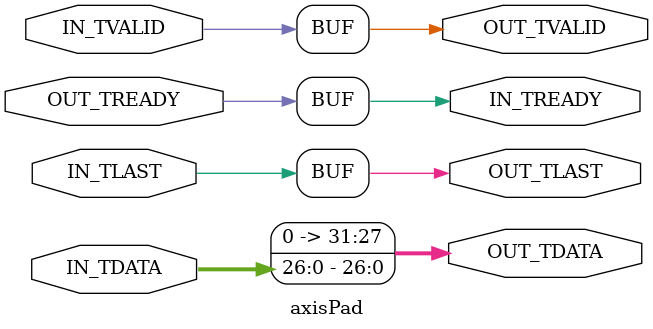
<source format=v>
`timescale 1ns / 1ps

module axisPad #(
    parameter IN_WIDTH=27,
    parameter OUT_WIDTH=32
)(
    //IN AXI Stream interface
    input IN_TLAST,
    input IN_TVALID,
    input [IN_WIDTH-1:0] IN_TDATA,
    output IN_TREADY,
    //OUT AXI Stream interface
    output OUT_TLAST,
    output OUT_TVALID,
    output [OUT_WIDTH-1:0] OUT_TDATA,
    input OUT_TREADY
    );
    
localparam DIFF = OUT_WIDTH - IN_WIDTH;

   assign OUT_TVALID = IN_TVALID;
   assign OUT_TLAST = IN_TLAST;       
   assign IN_TREADY = OUT_TREADY;

generate
    if(OUT_WIDTH > IN_WIDTH)
	assign OUT_TDATA = {{OUT_WIDTH{1'b0}},IN_TDATA};
    else
	assign OUT_TDATA = IN_TDATA;
endgenerate

endmodule


// 67d7842dbbe25473c3c32b93c0da8047785f30d78e8a024de1b57352245f9689

</source>
